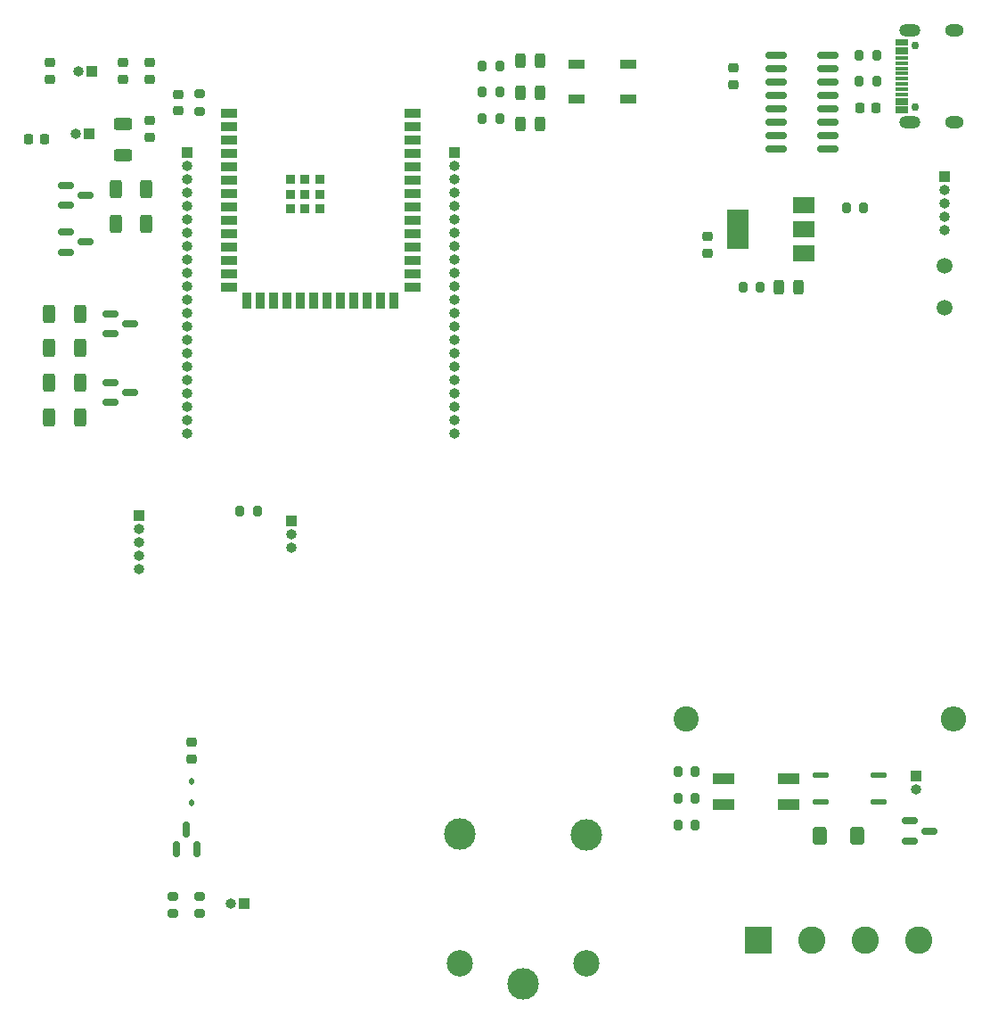
<source format=gbr>
%TF.GenerationSoftware,KiCad,Pcbnew,7.0.1*%
%TF.CreationDate,2023-08-29T13:16:49+02:00*%
%TF.ProjectId,LAS_V1,4c41535f-5631-42e6-9b69-6361645f7063,rev?*%
%TF.SameCoordinates,Original*%
%TF.FileFunction,Soldermask,Top*%
%TF.FilePolarity,Negative*%
%FSLAX46Y46*%
G04 Gerber Fmt 4.6, Leading zero omitted, Abs format (unit mm)*
G04 Created by KiCad (PCBNEW 7.0.1) date 2023-08-29 13:16:49*
%MOMM*%
%LPD*%
G01*
G04 APERTURE LIST*
G04 Aperture macros list*
%AMRoundRect*
0 Rectangle with rounded corners*
0 $1 Rounding radius*
0 $2 $3 $4 $5 $6 $7 $8 $9 X,Y pos of 4 corners*
0 Add a 4 corners polygon primitive as box body*
4,1,4,$2,$3,$4,$5,$6,$7,$8,$9,$2,$3,0*
0 Add four circle primitives for the rounded corners*
1,1,$1+$1,$2,$3*
1,1,$1+$1,$4,$5*
1,1,$1+$1,$6,$7*
1,1,$1+$1,$8,$9*
0 Add four rect primitives between the rounded corners*
20,1,$1+$1,$2,$3,$4,$5,0*
20,1,$1+$1,$4,$5,$6,$7,0*
20,1,$1+$1,$6,$7,$8,$9,0*
20,1,$1+$1,$8,$9,$2,$3,0*%
G04 Aperture macros list end*
%ADD10RoundRect,0.243750X0.243750X0.456250X-0.243750X0.456250X-0.243750X-0.456250X0.243750X-0.456250X0*%
%ADD11RoundRect,0.137500X-0.587500X-0.137500X0.587500X-0.137500X0.587500X0.137500X-0.587500X0.137500X0*%
%ADD12RoundRect,0.150000X-0.825000X-0.150000X0.825000X-0.150000X0.825000X0.150000X-0.825000X0.150000X0*%
%ADD13R,2.000000X1.500000*%
%ADD14R,2.000000X3.800000*%
%ADD15R,1.500000X0.900000*%
%ADD16R,0.900000X1.500000*%
%ADD17R,0.900000X0.900000*%
%ADD18C,1.500000*%
%ADD19O,1.000000X1.000000*%
%ADD20R,1.000000X1.000000*%
%ADD21RoundRect,0.250000X-0.312500X-0.625000X0.312500X-0.625000X0.312500X0.625000X-0.312500X0.625000X0*%
%ADD22RoundRect,0.200000X-0.200000X-0.275000X0.200000X-0.275000X0.200000X0.275000X-0.200000X0.275000X0*%
%ADD23C,2.400000*%
%ADD24O,2.400000X2.400000*%
%ADD25RoundRect,0.200000X-0.275000X0.200000X-0.275000X-0.200000X0.275000X-0.200000X0.275000X0.200000X0*%
%ADD26RoundRect,0.200000X0.200000X0.275000X-0.200000X0.275000X-0.200000X-0.275000X0.200000X-0.275000X0*%
%ADD27RoundRect,0.200000X0.275000X-0.200000X0.275000X0.200000X-0.275000X0.200000X-0.275000X-0.200000X0*%
%ADD28RoundRect,0.250000X-0.625000X0.312500X-0.625000X-0.312500X0.625000X-0.312500X0.625000X0.312500X0*%
%ADD29RoundRect,0.150000X-0.587500X-0.150000X0.587500X-0.150000X0.587500X0.150000X-0.587500X0.150000X0*%
%ADD30RoundRect,0.150000X0.150000X-0.587500X0.150000X0.587500X-0.150000X0.587500X-0.150000X-0.587500X0*%
%ADD31C,3.000000*%
%ADD32C,2.500000*%
%ADD33C,0.750000*%
%ADD34O,2.000000X1.200000*%
%ADD35O,1.800000X1.200000*%
%ADD36R,1.300000X0.300000*%
%ADD37R,2.600000X2.600000*%
%ADD38C,2.600000*%
%ADD39RoundRect,0.250000X-0.400000X-0.600000X0.400000X-0.600000X0.400000X0.600000X-0.400000X0.600000X0*%
%ADD40R,2.000000X1.100000*%
%ADD41RoundRect,0.112500X0.112500X-0.187500X0.112500X0.187500X-0.112500X0.187500X-0.112500X-0.187500X0*%
%ADD42RoundRect,0.218750X0.256250X-0.218750X0.256250X0.218750X-0.256250X0.218750X-0.256250X-0.218750X0*%
%ADD43RoundRect,0.225000X0.250000X-0.225000X0.250000X0.225000X-0.250000X0.225000X-0.250000X-0.225000X0*%
%ADD44RoundRect,0.225000X-0.250000X0.225000X-0.250000X-0.225000X0.250000X-0.225000X0.250000X0.225000X0*%
%ADD45RoundRect,0.225000X0.225000X0.250000X-0.225000X0.250000X-0.225000X-0.250000X0.225000X-0.250000X0*%
G04 APERTURE END LIST*
D10*
%TO.C,D2*%
X142577500Y-66555000D03*
X140702500Y-66555000D03*
%TD*%
%TO.C,D1*%
X167112500Y-82000000D03*
X165237500Y-82000000D03*
%TD*%
D11*
%TO.C,U5*%
X169230000Y-128330000D03*
X169230000Y-130870000D03*
X174730000Y-130870000D03*
X174730000Y-128330000D03*
%TD*%
D12*
%TO.C,U3*%
X165025000Y-60055000D03*
X165025000Y-61325000D03*
X165025000Y-62595000D03*
X165025000Y-63865000D03*
X165025000Y-65135000D03*
X165025000Y-66405000D03*
X165025000Y-67675000D03*
X165025000Y-68945000D03*
X169975000Y-68945000D03*
X169975000Y-67675000D03*
X169975000Y-66405000D03*
X169975000Y-65135000D03*
X169975000Y-63865000D03*
X169975000Y-62595000D03*
X169975000Y-61325000D03*
X169975000Y-60055000D03*
%TD*%
D13*
%TO.C,U2*%
X167650000Y-78800000D03*
D14*
X161350000Y-76500000D03*
D13*
X167650000Y-76500000D03*
X167650000Y-74200000D03*
%TD*%
D15*
%TO.C,U1*%
X113000000Y-65500000D03*
X113000000Y-66770000D03*
X113000000Y-68040000D03*
X113000000Y-69310000D03*
X113000000Y-70580000D03*
X113000000Y-71850000D03*
X113000000Y-73120000D03*
X113000000Y-74390000D03*
X113000000Y-75660000D03*
X113000000Y-76930000D03*
X113000000Y-78200000D03*
X113000000Y-79470000D03*
X113000000Y-80740000D03*
X113000000Y-82010000D03*
D16*
X114765000Y-83260000D03*
X116035000Y-83260000D03*
X117305000Y-83260000D03*
X118575000Y-83260000D03*
X119845000Y-83260000D03*
X121115000Y-83260000D03*
X122385000Y-83260000D03*
X123655000Y-83260000D03*
X124925000Y-83260000D03*
X126195000Y-83260000D03*
X127465000Y-83260000D03*
X128735000Y-83260000D03*
D15*
X130500000Y-82010000D03*
X130500000Y-80740000D03*
X130500000Y-79470000D03*
X130500000Y-78200000D03*
X130500000Y-76930000D03*
X130500000Y-75660000D03*
X130500000Y-74390000D03*
X130500000Y-73120000D03*
X130500000Y-71850000D03*
X130500000Y-70580000D03*
X130500000Y-69310000D03*
X130500000Y-68040000D03*
X130500000Y-66770000D03*
X130500000Y-65500000D03*
D17*
X118850000Y-71820000D03*
X118850000Y-73220000D03*
X118850000Y-74620000D03*
X118850000Y-74620000D03*
X120250000Y-71820000D03*
X120250000Y-71820000D03*
X120250000Y-73220000D03*
X120250000Y-74620000D03*
X121650000Y-71820000D03*
X121650000Y-73220000D03*
X121650000Y-74620000D03*
%TD*%
D18*
%TO.C,TP2*%
X181000000Y-80000000D03*
%TD*%
%TO.C,TP1*%
X181000000Y-84000000D03*
%TD*%
D19*
%TO.C,SW2*%
X98730000Y-61510000D03*
D20*
X100000000Y-61510000D03*
%TD*%
D19*
%TO.C,SW1*%
X98480000Y-67510000D03*
D20*
X99750000Y-67510000D03*
%TD*%
D21*
%TO.C,R29*%
X95975000Y-94400000D03*
X98900000Y-94400000D03*
%TD*%
%TO.C,R28*%
X95975000Y-91110000D03*
X98900000Y-91110000D03*
%TD*%
%TO.C,R27*%
X98900000Y-87820000D03*
X95975000Y-87820000D03*
%TD*%
%TO.C,R26*%
X95975000Y-84530000D03*
X98900000Y-84530000D03*
%TD*%
D22*
%TO.C,R24*%
X155705000Y-133050000D03*
X157355000Y-133050000D03*
%TD*%
%TO.C,R21*%
X155705000Y-130540000D03*
X157355000Y-130540000D03*
%TD*%
%TO.C,R20*%
X155705000Y-128030000D03*
X157355000Y-128030000D03*
%TD*%
D23*
%TO.C,R17*%
X156500000Y-123000000D03*
D24*
X181900000Y-123000000D03*
%TD*%
D21*
%TO.C,R14*%
X102250000Y-76010000D03*
X105175000Y-76010000D03*
%TD*%
%TO.C,R13*%
X102250000Y-72720000D03*
X105175000Y-72720000D03*
%TD*%
D25*
%TO.C,R12*%
X110250000Y-63685000D03*
X110250000Y-65335000D03*
%TD*%
D26*
%TO.C,R11*%
X174550000Y-59980000D03*
X172900000Y-59980000D03*
%TD*%
%TO.C,R10*%
X174550000Y-62490000D03*
X172900000Y-62490000D03*
%TD*%
D27*
%TO.C,R9*%
X110240000Y-141492500D03*
X110240000Y-139842500D03*
%TD*%
%TO.C,R8*%
X107730000Y-141492500D03*
X107730000Y-139842500D03*
%TD*%
D22*
%TO.C,R7*%
X137100000Y-66020000D03*
X138750000Y-66020000D03*
%TD*%
%TO.C,R6*%
X137100000Y-63510000D03*
X138750000Y-63510000D03*
%TD*%
%TO.C,R5*%
X137100000Y-61000000D03*
X138750000Y-61000000D03*
%TD*%
D26*
%TO.C,R4*%
X163500000Y-82000000D03*
X161850000Y-82000000D03*
%TD*%
%TO.C,R3*%
X173325000Y-74500000D03*
X171675000Y-74500000D03*
%TD*%
D28*
%TO.C,R2*%
X103000000Y-66547500D03*
X103000000Y-69472500D03*
%TD*%
D22*
%TO.C,R1*%
X114095000Y-103315000D03*
X115745000Y-103315000D03*
%TD*%
D29*
%TO.C,Q6*%
X101750000Y-91060000D03*
X101750000Y-92960000D03*
X103625000Y-92010000D03*
%TD*%
%TO.C,Q5*%
X101750000Y-84560000D03*
X101750000Y-86460000D03*
X103625000Y-85510000D03*
%TD*%
%TO.C,Q4*%
X177732500Y-132700000D03*
X177732500Y-134600000D03*
X179607500Y-133650000D03*
%TD*%
%TO.C,Q3*%
X97525000Y-76800000D03*
X97525000Y-78700000D03*
X99400000Y-77750000D03*
%TD*%
%TO.C,Q2*%
X97525000Y-72350000D03*
X97525000Y-74250000D03*
X99400000Y-73300000D03*
%TD*%
D30*
%TO.C,Q1*%
X108050000Y-135375000D03*
X109950000Y-135375000D03*
X109000000Y-133500000D03*
%TD*%
D31*
%TO.C,K1*%
X140950000Y-148150000D03*
D32*
X147000000Y-146200000D03*
D31*
X147000000Y-134000000D03*
X134950000Y-133950000D03*
D32*
X135000000Y-146200000D03*
%TD*%
D20*
%TO.C,J9*%
X178300000Y-128450000D03*
D19*
X178300000Y-129720000D03*
%TD*%
D20*
%TO.C,J8*%
X181000000Y-71500000D03*
D19*
X181000000Y-72770000D03*
X181000000Y-74040000D03*
X181000000Y-75310000D03*
X181000000Y-76580000D03*
%TD*%
D33*
%TO.C,J7*%
X178245500Y-64900000D03*
X178245500Y-59100000D03*
D34*
X177745500Y-66325000D03*
X177745500Y-57675000D03*
D35*
X181925500Y-57675000D03*
X181925500Y-66325000D03*
D36*
X176977500Y-65350000D03*
X176977500Y-64550000D03*
X176977500Y-63250000D03*
X176977500Y-62250000D03*
X176977500Y-61750000D03*
X176977500Y-60750000D03*
X176977500Y-59450000D03*
X176977500Y-58650000D03*
X176977500Y-58950000D03*
X176977500Y-59750000D03*
X176977500Y-60250000D03*
X176977500Y-61250000D03*
X176977500Y-62750000D03*
X176977500Y-63750000D03*
X176977500Y-64250000D03*
X176977500Y-65050000D03*
%TD*%
D20*
%TO.C,J6*%
X114500000Y-140500000D03*
D19*
X113230000Y-140500000D03*
%TD*%
D20*
%TO.C,J5*%
X134450000Y-69250000D03*
D19*
X134450000Y-70520000D03*
X134450000Y-71790000D03*
X134450000Y-73060000D03*
X134450000Y-74330000D03*
X134450000Y-75600000D03*
X134450000Y-76870000D03*
X134450000Y-78140000D03*
X134450000Y-79410000D03*
X134450000Y-80680000D03*
X134450000Y-81950000D03*
X134450000Y-83220000D03*
X134450000Y-84490000D03*
X134450000Y-85760000D03*
X134450000Y-87030000D03*
X134450000Y-88300000D03*
X134450000Y-89570000D03*
X134450000Y-90840000D03*
X134450000Y-92110000D03*
X134450000Y-93380000D03*
X134450000Y-94650000D03*
X134450000Y-95920000D03*
%TD*%
%TO.C,J4*%
X109050000Y-95920000D03*
X109050000Y-94650000D03*
X109050000Y-93380000D03*
X109050000Y-92110000D03*
X109050000Y-90840000D03*
X109050000Y-89570000D03*
X109050000Y-88300000D03*
X109050000Y-87030000D03*
X109050000Y-85760000D03*
X109050000Y-84490000D03*
X109050000Y-83220000D03*
X109050000Y-81950000D03*
X109050000Y-80680000D03*
X109050000Y-79410000D03*
X109050000Y-78140000D03*
X109050000Y-76870000D03*
X109050000Y-75600000D03*
X109050000Y-74330000D03*
X109050000Y-73060000D03*
X109050000Y-71790000D03*
X109050000Y-70520000D03*
D20*
X109050000Y-69250000D03*
%TD*%
%TO.C,J3*%
X104500000Y-103690000D03*
D19*
X104500000Y-104960000D03*
X104500000Y-106230000D03*
X104500000Y-107500000D03*
X104500000Y-108770000D03*
%TD*%
D20*
%TO.C,J2*%
X119000000Y-104225000D03*
D19*
X119000000Y-105495000D03*
X119000000Y-106765000D03*
%TD*%
D37*
%TO.C,J1*%
X163340000Y-144000000D03*
D38*
X168420000Y-144000000D03*
X173500000Y-144000000D03*
X178580000Y-144000000D03*
%TD*%
D39*
%TO.C,D11*%
X169205000Y-134095000D03*
X172705000Y-134095000D03*
%TD*%
D40*
%TO.C,D8*%
X160035000Y-128702000D03*
X160035000Y-131102000D03*
X166235000Y-131102000D03*
X166235000Y-128702000D03*
%TD*%
D41*
%TO.C,D7*%
X109500000Y-131000000D03*
X109500000Y-128900000D03*
%TD*%
D42*
%TO.C,D6*%
X109500000Y-126787500D03*
X109500000Y-125212500D03*
%TD*%
D10*
%TO.C,D5*%
X142577500Y-60555000D03*
X140702500Y-60555000D03*
%TD*%
D15*
%TO.C,D4*%
X146050000Y-60850000D03*
X146050000Y-64150000D03*
X150950000Y-64150000D03*
X150950000Y-60850000D03*
%TD*%
D10*
%TO.C,D3*%
X142577500Y-63555000D03*
X140702500Y-63555000D03*
%TD*%
D43*
%TO.C,C9*%
X108250000Y-65285000D03*
X108250000Y-63735000D03*
%TD*%
D44*
%TO.C,C8*%
X161000000Y-61225000D03*
X161000000Y-62775000D03*
%TD*%
D45*
%TO.C,C7*%
X174500000Y-65000000D03*
X172950000Y-65000000D03*
%TD*%
D44*
%TO.C,C6*%
X158500000Y-77225000D03*
X158500000Y-78775000D03*
%TD*%
%TO.C,C5*%
X96000000Y-62285000D03*
X96000000Y-60735000D03*
%TD*%
%TO.C,C4*%
X105500000Y-60735000D03*
X105500000Y-62285000D03*
%TD*%
%TO.C,C3*%
X103000000Y-60735000D03*
X103000000Y-62285000D03*
%TD*%
D45*
%TO.C,C2*%
X93970000Y-68010000D03*
X95520000Y-68010000D03*
%TD*%
D44*
%TO.C,C1*%
X105500000Y-66235000D03*
X105500000Y-67785000D03*
%TD*%
M02*

</source>
